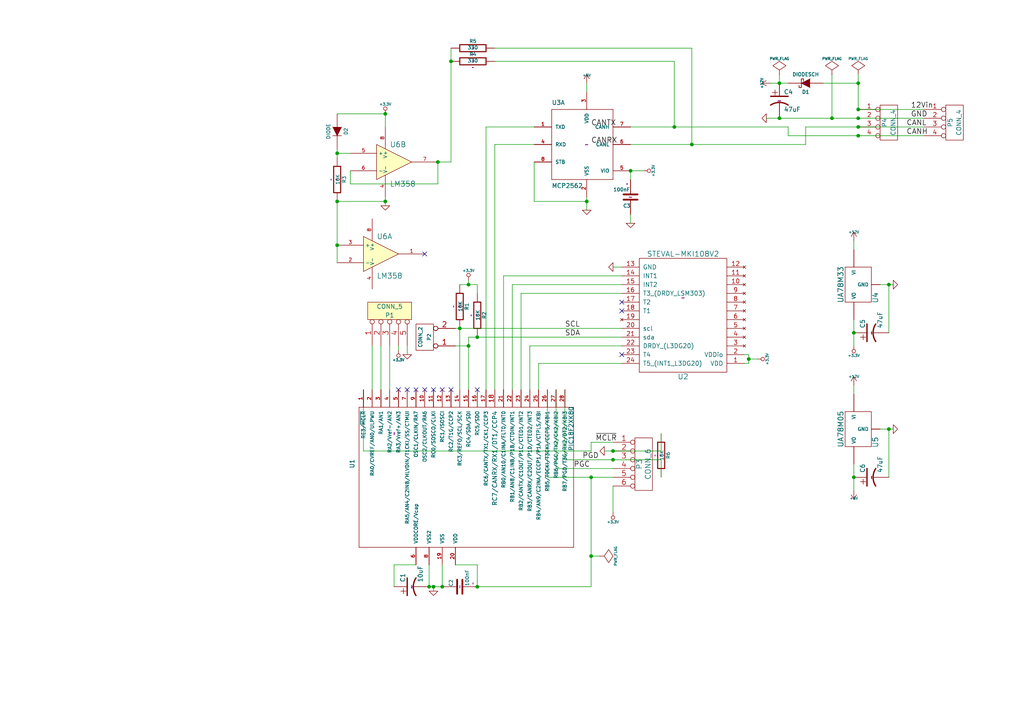
<source format=kicad_sch>
(kicad_sch (version 20211123) (generator eeschema)
  (paper "A4")
  (title_block (title "noname.sch") (date "6 mar 2014"))
  (lib_symbols
    (symbol "capteur-local:STEVAL-MKI108V2" (pin_names (offset 1.016))
      (property "Reference" "U" (at 0 16.51 0))
      (property "Value" "STEVAL-MKI108V2" (at 0 -19.05 0))
      (symbol "STEVAL-MKI108V2_0_1"
        (polyline (pts (xy 12.7 15.24) (xy -12.7 15.24) (xy -12.7 -17.78) (xy 12.7 -17.78) (xy 12.7 15.24)))
      )
      (symbol "STEVAL-MKI108V2_1_1"
        (pin power_in line (at -17.78 12.7 0) (length 5.08) (name "VDD") (number "1"))
        (pin no_connect line (at -17.78 -10.16 0) (length 5.08) (name "~") (number "10"))
        (pin no_connect line (at -17.78 -12.7 0) (length 5.08) (name "~") (number "11"))
        (pin no_connect line (at -17.78 -15.24 0) (length 5.08) (name "~") (number "12"))
        (pin power_in line (at 17.78 -15.24 180) (length 5.08) (name "GND") (number "13"))
        (pin output line (at 17.78 -12.7 180) (length 5.08) (name "INT1") (number "14"))
        (pin output line (at 17.78 -10.16 180) (length 5.08) (name "INT2") (number "15"))
        (pin output line (at 17.78 -7.62 180) (length 5.08) (name "T3_(DRDY_LSM303)") (number "16"))
        (pin power_out line (at 17.78 -5.08 180) (length 5.08) (name "T2") (number "17"))
        (pin power_out line (at 17.78 -2.54 180) (length 5.08) (name "T1") (number "18"))
        (pin no_connect line (at 17.78 0 180) (length 5.08) (name "~") (number "19"))
        (pin power_in line (at -17.78 10.16 0) (length 5.08) (name "VDDio") (number "2"))
        (pin input line (at 17.78 2.54 180) (length 5.08) (name "scl") (number "20"))
        (pin open_collector line (at 17.78 5.08 180) (length 5.08) (name "sda") (number "21"))
        (pin output line (at 17.78 7.62 180) (length 5.08) (name "DRDY_(L3DG20)") (number "22"))
        (pin power_out line (at 17.78 10.16 180) (length 5.08) (name "T4") (number "23"))
        (pin bidirectional line (at 17.78 12.7 180) (length 5.08) (name "T5_(INT1_L3DG20)") (number "24"))
        (pin no_connect line (at -17.78 7.62 0) (length 5.08) (name "~") (number "3"))
        (pin no_connect line (at -17.78 5.08 0) (length 5.08) (name "~") (number "4"))
        (pin no_connect line (at -17.78 2.54 0) (length 5.08) (name "~") (number "5"))
        (pin no_connect line (at -17.78 0 0) (length 5.08) (name "~") (number "6"))
        (pin no_connect line (at -17.78 -2.54 0) (length 5.08) (name "~") (number "7"))
        (pin no_connect line (at -17.78 -5.08 0) (length 5.08) (name "~") (number "8"))
        (pin no_connect line (at -17.78 -7.62 0) (length 5.08) (name "~") (number "9"))
      )
    )
    (symbol "capteur-rescue:+12V" (power) (pin_names (offset 0))
      (property "Value" "+12V" (at 0 3.556 0))
      (symbol "+12V_0_1"
        (polyline (pts (xy -0.762 1.27) (xy 0 2.54)))
        (polyline (pts (xy 0 0) (xy 0 2.54)))
        (polyline (pts (xy 0 2.54) (xy 0.762 1.27)))
      )
      (symbol "+12V_1_1"
        (pin power_in line (at 0 0 90) (length 0) hide (name "+12V") (number "1"))
      )
    )
    (symbol "capteur-rescue:+3.3V-RESCUE-capteur" (power) (pin_names (offset 0))
      (property "Value" "+3.3V-RESCUE-capteur" (at 0 2.794 0))
      (symbol "+3.3V-RESCUE-capteur_0_0"
        (pin power_in line (at 0 0 90) (length 0) hide (name "+3.3V") (number "1"))
      )
      (symbol "+3.3V-RESCUE-capteur_0_1"
        (polyline (pts (xy 0 0) (xy 0 1.016) (xy 0 1.016)))
        (circle (center 0 1.524) (radius 0.508))
      )
    )
    (symbol "capteur-rescue:+5V" (power) (pin_names (offset 0))
      (property "Value" "+5V" (at 0 3.556 0))
      (symbol "+5V_0_1"
        (polyline (pts (xy -0.762 1.27) (xy 0 2.54)))
        (polyline (pts (xy 0 0) (xy 0 2.54)))
        (polyline (pts (xy 0 2.54) (xy 0.762 1.27)))
      )
      (symbol "+5V_1_1"
        (pin power_in line (at 0 0 90) (length 0) hide (name "+5V") (number "1"))
      )
    )
    (symbol "capteur-rescue:C-RESCUE-capteur" (pin_numbers hide) (pin_names (offset 0.254))
      (property "Reference" "C" (at 0 2.54 0))
      (property "Value" "C-RESCUE-capteur" (at 0.1524 -2.159 0))
      (symbol "C-RESCUE-capteur_0_1"
        (polyline (pts (xy -2.032 -0.762) (xy 2.032 -0.762)) (stroke (width 0.508)))
        (polyline (pts (xy -2.032 0.762) (xy 2.032 0.762)) (stroke (width 0.508)))
      )
      (symbol "C-RESCUE-capteur_1_1"
        (pin passive line (at 0 5.08 270) (length 4.318) (name "~") (number "1"))
        (pin passive line (at 0 -5.08 90) (length 4.318) (name "~") (number "2"))
      )
    )
    (symbol "capteur-rescue:CONN_2" (pin_names (offset 1.016) hide)
      (property "Reference" "P" (at -1.27 0 90))
      (property "Value" "CONN_2" (at 1.27 0 90))
      (symbol "CONN_2_0_1"
        (rectangle (start -2.54 3.81) (end 2.54 -3.81))
      )
      (symbol "CONN_2_1_1"
        (pin passive inverted (at -8.89 2.54 0) (length 6.35) (name "P1") (number "1"))
        (pin passive inverted (at -8.89 -2.54 0) (length 6.35) (name "PM") (number "2"))
      )
    )
    (symbol "capteur-rescue:CONN_4" (pin_names (offset 1.016) hide)
      (property "Reference" "P" (at -1.27 0 90))
      (property "Value" "CONN_4" (at 1.27 0 90))
      (symbol "CONN_4_0_1"
        (rectangle (start -2.54 5.08) (end 2.54 -5.08))
      )
      (symbol "CONN_4_1_1"
        (pin passive inverted (at -8.89 3.81 0) (length 6.35) (name "P1") (number "1"))
        (pin passive inverted (at -8.89 1.27 0) (length 6.35) (name "P2") (number "2"))
        (pin passive inverted (at -8.89 -1.27 0) (length 6.35) (name "P3") (number "3"))
        (pin passive inverted (at -8.89 -3.81 0) (length 6.35) (name "P4") (number "4"))
      )
    )
    (symbol "capteur-rescue:CONN_5" (pin_names (offset 1.016))
      (property "Reference" "P" (at -1.27 0 90))
      (property "Value" "CONN_5" (at 1.27 0 90))
      (symbol "CONN_5_0_1"
        (rectangle (start -2.54 6.35) (end 2.54 -6.35) (fill (type background)))
      )
      (symbol "CONN_5_1_1"
        (pin passive inverted (at -10.16 5.08 0) (length 7.62) (name "~") (number "1"))
        (pin passive inverted (at -10.16 2.54 0) (length 7.62) (name "~") (number "2"))
        (pin passive inverted (at -10.16 0 0) (length 7.62) (name "~") (number "3"))
        (pin passive inverted (at -10.16 -2.54 0) (length 7.62) (name "~") (number "4"))
        (pin passive inverted (at -10.16 -5.08 0) (length 7.62) (name "~") (number "5"))
      )
    )
    (symbol "capteur-rescue:CONN_6" (pin_names (offset 0.762) hide)
      (property "Reference" "P" (at -1.27 0 90))
      (property "Value" "CONN_6" (at 1.27 0 90))
      (symbol "CONN_6_0_1"
        (rectangle (start -2.54 7.62) (end 2.54 -7.62))
      )
      (symbol "CONN_6_1_1"
        (pin passive inverted (at -8.89 6.35 0) (length 6.35) (name "1") (number "1"))
        (pin passive inverted (at -8.89 3.81 0) (length 6.35) (name "2") (number "2"))
        (pin passive inverted (at -8.89 1.27 0) (length 6.35) (name "3") (number "3"))
        (pin passive inverted (at -8.89 -1.27 0) (length 6.35) (name "4") (number "4"))
        (pin passive inverted (at -8.89 -3.81 0) (length 6.35) (name "5") (number "5"))
        (pin passive inverted (at -8.89 -6.35 0) (length 6.35) (name "6") (number "6"))
      )
    )
    (symbol "capteur-rescue:CP1-RESCUE-capteur" (pin_numbers hide) (pin_names (offset 0.254) hide)
      (property "Reference" "C" (at 1.27 2.54 0))
      (property "Value" "CP1-RESCUE-capteur" (at 1.27 -2.54 0))
      (symbol "CP1-RESCUE-capteur_0_0"
        (text "+" (at -1.27 2.54 0) (effects (font (size 2.032 2.032))))
      )
      (symbol "CP1-RESCUE-capteur_0_1"
        (polyline (pts (xy -2.54 1.27) (xy 2.54 1.27) (xy 1.27 1.27) (xy 1.27 1.27)) (stroke (width 0.381)))
        (arc (start 2.54 -1.27) (mid 0 -0.5009) (end -2.54 -1.27) (stroke (width 0.381)))
      )
      (symbol "CP1-RESCUE-capteur_1_1"
        (pin passive line (at 0 5.08 270) (length 3.81) (name "~") (number "1"))
        (pin passive line (at 0 -5.08 90) (length 4.572) (name "~") (number "2"))
      )
    )
    (symbol "capteur-rescue:DIODE" (pin_numbers hide) (pin_names (offset 1.016) hide)
      (property "Reference" "D" (at 0 2.54 0))
      (property "Value" "DIODE" (at 0 -2.54 0))
      (symbol "DIODE_0_1"
        (polyline (pts (xy 1.27 1.27) (xy 1.27 -1.27)) (stroke (width 0.1524)))
        (polyline (pts (xy -1.27 1.27) (xy 1.27 0) (xy -1.27 -1.27)) (fill (type outline)))
      )
      (symbol "DIODE_1_1"
        (pin passive line (at -5.08 0 0) (length 3.81) (name "A") (number "1"))
        (pin passive line (at 5.08 0 180) (length 3.81) (name "K") (number "2"))
      )
    )
    (symbol "capteur-rescue:DIODESCH" (pin_numbers hide) (pin_names (offset 1.016) hide)
      (property "Reference" "D" (at 0 2.54 0))
      (property "Value" "DIODESCH" (at 0 -2.54 0))
      (symbol "DIODESCH_0_1"
        (polyline (pts (xy -1.27 1.27) (xy 1.27 0) (xy -1.27 -1.27)) (fill (type outline)))
        (polyline (pts (xy 1.905 0.635) (xy 1.905 1.27) (xy 1.27 1.27) (xy 1.27 -1.27) (xy 0.635 -1.27) (xy 0.635 -0.635)) (stroke (width 0.2032)))
      )
      (symbol "DIODESCH_1_1"
        (pin passive line (at -5.08 0 0) (length 3.81) (name "A") (number "1"))
        (pin passive line (at 5.08 0 180) (length 3.81) (name "K") (number "2"))
      )
    )
    (symbol "capteur-rescue:GND-RESCUE-capteur" (power) (pin_names (offset 0))
      (symbol "GND-RESCUE-capteur_0_1"
        (polyline (pts (xy -1.27 0) (xy 0 -1.27) (xy 1.27 0) (xy -1.27 0)))
      )
      (symbol "GND-RESCUE-capteur_1_1"
        (pin power_in line (at 0 0 90) (length 0) hide (name "GND") (number "1"))
      )
    )
    (symbol "capteur-rescue:LM358-RESCUE-capteur"
      (property "Reference" "U" (at -1.27 5.08 0))
      (property "Value" "LM358-RESCUE-capteur" (at -1.27 -6.35 0))
      (symbol "LM358-RESCUE-capteur_0_1"
        (polyline (pts (xy -5.08 5.08) (xy 5.08 0) (xy -5.08 -5.08) (xy -5.08 5.08)) (stroke (width 0.1524)) (fill (type background)))
        (pin power_in line (at -2.54 -10.16 90) (length 6.35) (name "V-") (number "4"))
        (pin power_in line (at -2.54 10.16 270) (length 6.35) (name "V+") (number "8"))
      )
      (symbol "LM358-RESCUE-capteur_1_1"
        (pin output line (at 12.7 0 180) (length 7.62) (name "~") (number "1"))
        (pin input line (at -12.7 -2.54 0) (length 7.62) (name "-") (number "2"))
        (pin input line (at -12.7 2.54 0) (length 7.62) (name "+") (number "3"))
      )
      (symbol "LM358-RESCUE-capteur_2_1"
        (pin input line (at -12.7 2.54 0) (length 7.62) (name "+") (number "5"))
        (pin input line (at -12.7 -2.54 0) (length 7.62) (name "-") (number "6"))
        (pin output line (at 12.7 0 180) (length 7.62) (name "~") (number "7"))
      )
    )
    (symbol "capteur-rescue:MCP2562" (pin_names (offset 1.016))
      (property "Reference" "U" (at -10.16 11.43 0))
      (property "Value" "MCP2562" (at -10.16 -12.7 0))
      (symbol "MCP2562_1_0"
        (polyline (pts (xy -10.16 -10.16) (xy 7.62 -10.16)))
        (polyline (pts (xy -10.16 10.16) (xy -10.16 -10.16)))
        (polyline (pts (xy 7.62 -10.16) (xy 7.62 10.16)))
        (polyline (pts (xy 7.62 10.16) (xy -10.16 10.16)))
      )
      (symbol "MCP2562_1_1"
        (pin input line (at -15.24 5.08 0) (length 5.08) (name "TXD") (number "1"))
        (pin power_in line (at 0 -15.24 90) (length 5.08) (name "VSS") (number "2"))
        (pin power_in line (at 0 15.24 270) (length 5.08) (name "VDD") (number "3"))
        (pin output line (at -15.24 0 0) (length 5.08) (name "RXD") (number "4"))
        (pin power_in line (at 12.7 -7.62 180) (length 5.08) (name "VIO") (number "5"))
        (pin bidirectional line (at 12.7 0 180) (length 5.08) (name "CANL") (number "6"))
        (pin bidirectional line (at 12.7 5.08 180) (length 5.08) (name "CANH") (number "7"))
        (pin input line (at -15.24 -5.08 0) (length 5.08) (name "STB") (number "8"))
      )
      (symbol "MCP2562_2_0"
        (text "VDD" (at 1.8288 4.6736 1) (effects (font (size 1.4224 1.4224) bold)))
        (text "VDD" (at 1.8288 4.6736 1) (effects (font (size 1.4224 1.4224) bold)))
        (text "VSS" (at 1.8288 -5.4864 1) (effects (font (size 1.4224 1.4224) bold)))
        (text "VSS" (at 1.8288 -5.4864 1) (effects (font (size 1.4224 1.4224) bold)))
      )
      (symbol "MCP2562_2_1"
        (pin power_in line (at 0 -7.62 90) (length 5.08) (name "VSS") (number "2"))
        (pin power_in line (at 0 7.62 270) (length 5.08) (name "VDD") (number "3"))
      )
    )
    (symbol "capteur-rescue:PIC18F2xK80" (pin_names (offset 1.016))
      (property "Reference" "U" (at 2.54 33.02 0))
      (property "Value" "PIC18F2xK80" (at 7.62 -33.02 0))
      (symbol "PIC18F2xK80_1_0"
        (polyline (pts (xy -20.32 -30.48) (xy 20.32 -30.48)))
        (polyline (pts (xy -20.32 31.75) (xy -20.32 -30.48)))
        (polyline (pts (xy 20.32 -30.48) (xy 20.32 31.75)))
        (polyline (pts (xy 20.32 31.75) (xy -20.32 31.75)))
      )
      (symbol "PIC18F2xK80_1_1"
        (pin input line (at 25.4 30.48 180) (length 5.08) (name "RE3/~{MCLR}") (number "1"))
        (pin bidirectional line (at 25.4 12.7 180) (length 5.08) (name "OSC2/CLKOUT/RA6") (number "10"))
        (pin bidirectional line (at 25.4 10.16 180) (length 5.08) (name "RC0/SOSCO/CLKI") (number "11"))
        (pin bidirectional line (at 25.4 7.62 180) (length 5.08) (name "RC1/ISOSCI") (number "12"))
        (pin bidirectional line (at 25.4 5.08 180) (length 5.08) (name "RC2/T1G/CCP2") (number "13"))
        (pin bidirectional line (at 25.4 2.54 180) (length 5.08) (name "RC3/REFO/SCL/SCK") (number "14"))
        (pin bidirectional line (at 25.4 0 180) (length 5.08) (name "RC4/SDA/SDI") (number "15"))
        (pin bidirectional line (at 25.4 -2.54 180) (length 5.08) (name "RC5/SDO") (number "16"))
        (pin bidirectional line (at 25.4 -5.08 180) (length 5.08) (name "RC6/CANTX/TX1/CK1/CCP3") (number "17"))
        (pin input line (at 25.4 -7.62 180) (length 5.08) (name "RC7/CANRX/RX1/DT1/CCP4") (number "18"))
        (pin power_in line (at -25.4 7.62 0) (length 5.08) (name "VSS") (number "19"))
        (pin bidirectional line (at 25.4 27.94 180) (length 5.08) (name "RA0/CVREF/AN0/ULPWU") (number "2"))
        (pin power_in line (at -25.4 3.81 0) (length 5.08) (name "VDD") (number "20"))
        (pin bidirectional line (at 25.4 -10.16 180) (length 5.08) (name "RB0/AN10/C1INA/FLT0/INT0") (number "21"))
        (pin bidirectional line (at 25.4 -12.7 180) (length 5.08) (name "RB1/AN8/C1INB/P1B/CTDIN/INT1") (number "22"))
        (pin bidirectional line (at 25.4 -15.24 180) (length 5.08) (name "RB2/CANTX/C1OUT/P1C/CTED1/INT2") (number "23"))
        (pin bidirectional line (at 25.4 -17.78 180) (length 5.08) (name "RB3/CANRX/C2OUT/P1D/CTED2/INT3") (number "24"))
        (pin bidirectional line (at 25.4 -20.32 180) (length 5.08) (name "RB4/AN9/C2INA/ECCP1/P1A/CTPLS/KBI") (number "25"))
        (pin bidirectional line (at 25.4 -22.86 180) (length 5.08) (name "RB5/T0CKI/T3CKI/CCP5/KBI1") (number "26"))
        (pin bidirectional line (at 25.4 -25.4 180) (length 5.08) (name "RB6/PGC/TX2/CK2/KBI2") (number "27"))
        (pin bidirectional line (at 25.4 -27.94 180) (length 5.08) (name "RB7/PGD/T3G/RX2/DT2/KBI3") (number "28"))
        (pin bidirectional line (at 25.4 25.4 180) (length 5.08) (name "RA1/AN1") (number "3"))
        (pin bidirectional line (at 25.4 22.86 180) (length 5.08) (name "RA2/Vref-/AN2") (number "4"))
        (pin bidirectional line (at 25.4 20.32 180) (length 5.08) (name "RA3/Vref+/AN3") (number "5"))
        (pin bidirectional line (at -25.4 15.24 0) (length 5.08) (name "VDDCORE/Vcap") (number "6"))
        (pin bidirectional line (at 25.4 17.78 180) (length 5.08) (name "RA5/AN4/C2INB/HLVDIN/T1CKI/SS/CTMUI") (number "7"))
        (pin power_in line (at -25.4 11.43 0) (length 5.08) (name "VSS2") (number "8"))
        (pin bidirectional line (at 25.4 15.24 180) (length 5.08) (name "OSC1/CLKIN/RA7") (number "9"))
      )
    )
    (symbol "capteur-rescue:PWR_FLAG" (power) (pin_numbers hide) (pin_names (offset 0) hide)
      (property "Value" "PWR_FLAG" (at 0 4.572 0))
      (symbol "PWR_FLAG_0_0"
        (pin power_out line (at 0 0 90) (length 0) (name "pwr") (number "1"))
      )
      (symbol "PWR_FLAG_0_1"
        (polyline (pts (xy 0 0) (xy 0 1.27) (xy -1.905 2.54) (xy 0 3.81) (xy 1.905 2.54) (xy 0 1.27)))
      )
    )
    (symbol "capteur-rescue:R-RESCUE-capteur" (pin_numbers hide) (pin_names (offset 0))
      (property "Reference" "R" (at 2.032 0 90))
      (property "Value" "R-RESCUE-capteur" (at 0.1778 0.0254 90))
      (symbol "R-RESCUE-capteur_0_1"
        (rectangle (start -1.016 3.81) (end 1.016 -3.81) (stroke (width 0.3048)))
      )
      (symbol "R-RESCUE-capteur_1_1"
        (pin passive line (at 0 6.35 270) (length 2.54) (name "~") (number "1"))
        (pin passive line (at 0 -6.35 90) (length 2.54) (name "~") (number "2"))
      )
    )
    (symbol "capteur-rescue:uA78M05" (pin_numbers hide) (pin_names (offset 0.762))
      (property "Reference" "U" (at 3.81 -4.9784 0))
      (property "Value" "uA78M05" (at 0 5.08 0))
      (symbol "uA78M05_0_1"
        (rectangle (start -5.08 -3.81) (end 5.08 3.81))
      )
      (symbol "uA78M05_1_1"
        (pin power_in line (at -10.16 1.27 0) (length 5.08) (name "VI") (number "1"))
        (pin power_in line (at 0 -6.35 90) (length 2.54) (name "GND") (number "2"))
        (pin power_out line (at 10.16 1.27 180) (length 5.08) (name "VO") (number "3"))
      )
    )
    (symbol "capteur-rescue:uA78M33" (pin_numbers hide) (pin_names (offset 0.762))
      (property "Reference" "U" (at 3.81 -4.9784 0))
      (property "Value" "uA78M33" (at 0 5.08 0))
      (symbol "uA78M33_0_1"
        (rectangle (start -5.08 -3.81) (end 5.08 3.81))
      )
      (symbol "uA78M33_1_1"
        (pin power_in line (at -10.16 1.27 0) (length 5.08) (name "VI") (number "1"))
        (pin power_in line (at 0 -6.35 90) (length 2.54) (name "GND") (number "2"))
        (pin power_out line (at 10.16 1.27 180) (length 5.08) (name "VO") (number "3"))
      )
    )
  )
  (junction (at 226.06 24.13))
  (junction (at 138.43 97.79))
  (junction (at 226.06 34.29))
  (junction (at 130.81 17.78))
  (junction (at 248.92 36.83))
  (junction (at 195.58 36.83))
  (junction (at 97.79 58.42))
  (junction (at 177.8 133.35))
  (junction (at 135.89 82.55))
  (junction (at 170.18 58.42))
  (junction (at 217.17 104.14))
  (junction (at 247.65 96.52))
  (junction (at 248.92 34.29))
  (junction (at 125.73 170.18))
  (junction (at 200.66 41.91))
  (junction (at 124.46 170.18))
  (junction (at 97.79 44.45))
  (junction (at 171.45 161.29))
  (junction (at 247.65 138.43))
  (junction (at 128.27 170.18))
  (junction (at 257.81 124.46))
  (junction (at 111.76 33.02))
  (junction (at 97.79 71.12))
  (junction (at 111.76 58.42))
  (junction (at 177.8 130.81))
  (junction (at 171.45 138.43))
  (junction (at 248.92 39.37))
  (junction (at 241.3 34.29))
  (junction (at 127 46.99))
  (junction (at 248.92 31.75))
  (junction (at 257.81 82.55))
  (junction (at 133.35 95.25))
  (junction (at 248.92 24.13))
  (junction (at 138.43 170.18))
  (junction (at 182.88 49.53))
  (junction (at 135.89 100.33))
  (no_connect (at 128.27 113.03))
  (no_connect (at 120.65 113.03))
  (no_connect (at 118.11 113.03))
  (no_connect (at 123.19 113.03))
  (no_connect (at 115.57 113.03))
  (no_connect (at 130.81 113.03))
  (no_connect (at 180.34 90.17))
  (no_connect (at 123.19 73.66))
  (no_connect (at 138.43 113.03))
  (no_connect (at 180.34 87.63))
  (no_connect (at 180.34 102.87))
  (no_connect (at 125.73 113.03))
  (wire (pts (xy 200.66 13.97) (xy 200.66 41.91)))
  (wire (pts (xy 255.27 124.46) (xy 257.81 124.46)))
  (wire (pts (xy 97.79 58.42) (xy 111.76 58.42)))
  (wire (pts (xy 111.76 58.42) (xy 111.76 59.69)))
  (wire (pts (xy 171.45 161.29) (xy 171.45 170.18)))
  (wire (pts (xy 140.97 36.83) (xy 154.94 36.83)))
  (wire (pts (xy 255.27 82.55) (xy 257.81 82.55)))
  (wire (pts (xy 170.18 57.15) (xy 170.18 58.42)))
  (wire (pts (xy 146.05 80.01) (xy 180.34 80.01)))
  (wire (pts (xy 133.35 95.25) (xy 180.34 95.25)))
  (wire (pts (xy 241.3 21.59) (xy 241.3 34.29)))
  (wire (pts (xy 163.83 133.35) (xy 177.8 133.35)))
  (wire (pts (xy 125.73 170.18) (xy 125.73 171.45)))
  (wire (pts (xy 151.13 113.03) (xy 151.13 85.09)))
  (wire (pts (xy 200.66 41.91) (xy 233.68 41.91)))
  (wire (pts (xy 118.11 102.87) (xy 118.11 100.33)))
  (wire (pts (xy 182.88 62.23) (xy 182.88 64.77)))
  (wire (pts (xy 138.43 82.55) (xy 138.43 85.09)))
  (wire (pts (xy 130.81 17.78) (xy 130.81 46.99)))
  (wire (pts (xy 132.08 100.33) (xy 135.89 100.33)))
  (wire (pts (xy 146.05 113.03) (xy 146.05 80.01)))
  (wire (pts (xy 182.88 41.91) (xy 200.66 41.91)))
  (wire (pts (xy 215.9 102.87) (xy 217.17 102.87)))
  (wire (pts (xy 105.41 130.81) (xy 105.41 113.03)))
  (wire (pts (xy 135.89 82.55) (xy 138.43 82.55)))
  (wire (pts (xy 195.58 36.83) (xy 228.6 36.83)))
  (wire (pts (xy 111.76 33.02) (xy 111.76 36.83)))
  (wire (pts (xy 233.68 41.91) (xy 233.68 36.83)))
  (wire (pts (xy 248.92 39.37) (xy 267.97 39.37)))
  (wire (pts (xy 182.88 49.53) (xy 186.69 49.53)))
  (wire (pts (xy 219.71 104.14) (xy 217.17 104.14)))
  (wire (pts (xy 97.79 58.42) (xy 97.79 71.12)))
  (wire (pts (xy 257.81 82.55) (xy 259.08 82.55)))
  (wire (pts (xy 132.08 95.25) (xy 133.35 95.25)))
  (wire (pts (xy 161.29 113.03) (xy 161.29 135.89)))
  (wire (pts (xy 226.06 21.59) (xy 226.06 24.13)))
  (wire (pts (xy 171.45 130.81) (xy 105.41 130.81)))
  (wire (pts (xy 135.89 100.33) (xy 135.89 113.03)))
  (wire (pts (xy 101.6 44.45) (xy 97.79 44.45)))
  (wire (pts (xy 153.67 100.33) (xy 153.67 113.03)))
  (wire (pts (xy 223.52 24.13) (xy 226.06 24.13)))
  (wire (pts (xy 156.21 105.41) (xy 156.21 113.03)))
  (wire (pts (xy 161.29 135.89) (xy 177.8 135.89)))
  (wire (pts (xy 171.45 138.43) (xy 171.45 161.29)))
  (wire (pts (xy 248.92 24.13) (xy 238.76 24.13)))
  (wire (pts (xy 217.17 104.14) (xy 217.17 105.41)))
  (wire (pts (xy 143.51 41.91) (xy 154.94 41.91)))
  (wire (pts (xy 97.79 43.18) (xy 97.79 44.45)))
  (wire (pts (xy 241.3 34.29) (xy 248.92 34.29)))
  (wire (pts (xy 247.65 96.52) (xy 247.65 100.33)))
  (wire (pts (xy 107.95 100.33) (xy 107.95 113.03)))
  (wire (pts (xy 135.89 97.79) (xy 138.43 97.79)))
  (wire (pts (xy 143.51 17.78) (xy 195.58 17.78)))
  (wire (pts (xy 128.27 170.18) (xy 128.27 163.83)))
  (wire (pts (xy 158.75 113.03) (xy 158.75 138.43)))
  (wire (pts (xy 133.35 95.25) (xy 133.35 113.03)))
  (wire (pts (xy 257.81 124.46) (xy 259.08 124.46)))
  (wire (pts (xy 151.13 85.09) (xy 180.34 85.09)))
  (wire (pts (xy 115.57 101.6) (xy 115.57 100.33)))
  (wire (pts (xy 97.79 71.12) (xy 97.79 76.2)))
  (wire (pts (xy 143.51 41.91) (xy 143.51 113.03)))
  (wire (pts (xy 154.94 46.99) (xy 154.94 58.42)))
  (wire (pts (xy 171.45 128.27) (xy 177.8 128.27)))
  (wire (pts (xy 195.58 17.78) (xy 195.58 36.83)))
  (wire (pts (xy 247.65 69.85) (xy 247.65 72.39)))
  (wire (pts (xy 140.97 36.83) (xy 140.97 113.03)))
  (wire (pts (xy 248.92 24.13) (xy 248.92 31.75)))
  (wire (pts (xy 171.45 138.43) (xy 177.8 138.43)))
  (wire (pts (xy 138.43 170.18) (xy 138.43 163.83)))
  (wire (pts (xy 97.79 33.02) (xy 111.76 33.02)))
  (wire (pts (xy 163.83 113.03) (xy 163.83 133.35)))
  (wire (pts (xy 111.76 57.15) (xy 111.76 58.42)))
  (wire (pts (xy 97.79 44.45) (xy 97.79 45.72)))
  (wire (pts (xy 180.34 77.47) (xy 177.8 77.47)))
  (wire (pts (xy 154.94 58.42) (xy 170.18 58.42)))
  (wire (pts (xy 124.46 170.18) (xy 125.73 170.18)))
  (wire (pts (xy 114.3 163.83) (xy 120.65 163.83)))
  (wire (pts (xy 113.03 100.33) (xy 113.03 113.03)))
  (wire (pts (xy 177.8 130.81) (xy 191.77 130.81)))
  (wire (pts (xy 177.8 140.97) (xy 177.8 148.59)))
  (wire (pts (xy 226.06 24.13) (xy 228.6 24.13)))
  (wire (pts (xy 148.59 82.55) (xy 180.34 82.55)))
  (wire (pts (xy 125.73 170.18) (xy 128.27 170.18)))
  (wire (pts (xy 182.88 49.53) (xy 182.88 52.07)))
  (wire (pts (xy 248.92 34.29) (xy 267.97 34.29)))
  (wire (pts (xy 143.51 13.97) (xy 200.66 13.97)))
  (wire (pts (xy 127 46.99) (xy 127 53.34)))
  (wire (pts (xy 191.77 130.81) (xy 191.77 125.73)))
  (wire (pts (xy 170.18 58.42) (xy 170.18 60.96)))
  (wire (pts (xy 148.59 113.03) (xy 148.59 82.55)))
  (wire (pts (xy 247.65 111.76) (xy 247.65 114.3)))
  (wire (pts (xy 180.34 100.33) (xy 153.67 100.33)))
  (wire (pts (xy 130.81 13.97) (xy 130.81 17.78)))
  (wire (pts (xy 217.17 102.87) (xy 217.17 104.14)))
  (wire (pts (xy 222.25 34.29) (xy 226.06 34.29)))
  (wire (pts (xy 110.49 100.33) (xy 110.49 113.03)))
  (wire (pts (xy 248.92 21.59) (xy 248.92 24.13)))
  (wire (pts (xy 138.43 97.79) (xy 180.34 97.79)))
  (wire (pts (xy 171.45 170.18) (xy 138.43 170.18)))
  (wire (pts (xy 135.89 81.28) (xy 135.89 82.55)))
  (wire (pts (xy 228.6 36.83) (xy 228.6 39.37)))
  (wire (pts (xy 248.92 36.83) (xy 267.97 36.83)))
  (wire (pts (xy 101.6 53.34) (xy 101.6 49.53)))
  (wire (pts (xy 127 53.34) (xy 101.6 53.34)))
  (wire (pts (xy 124.46 170.18) (xy 124.46 163.83)))
  (wire (pts (xy 257.81 96.52) (xy 257.81 82.55)))
  (wire (pts (xy 228.6 39.37) (xy 248.92 39.37)))
  (wire (pts (xy 130.81 46.99) (xy 127 46.99)))
  (wire (pts (xy 158.75 138.43) (xy 171.45 138.43)))
  (wire (pts (xy 247.65 138.43) (xy 247.65 142.24)))
  (wire (pts (xy 177.8 133.35) (xy 191.77 133.35)))
  (wire (pts (xy 173.99 161.29) (xy 171.45 161.29)))
  (wire (pts (xy 132.08 163.83) (xy 138.43 163.83)))
  (wire (pts (xy 180.34 105.41) (xy 156.21 105.41)))
  (wire (pts (xy 175.26 130.81) (xy 177.8 130.81)))
  (wire (pts (xy 247.65 92.71) (xy 247.65 96.52)))
  (wire (pts (xy 233.68 36.83) (xy 248.92 36.83)))
  (wire (pts (xy 133.35 82.55) (xy 135.89 82.55)))
  (wire (pts (xy 135.89 97.79) (xy 135.89 100.33)))
  (wire (pts (xy 257.81 138.43) (xy 257.81 124.46)))
  (wire (pts (xy 247.65 134.62) (xy 247.65 138.43)))
  (wire (pts (xy 191.77 133.35) (xy 191.77 138.43)))
  (wire (pts (xy 217.17 105.41) (xy 215.9 105.41)))
  (wire (pts (xy 114.3 163.83) (xy 114.3 170.18)))
  (wire (pts (xy 170.18 24.13) (xy 170.18 26.67)))
  (wire (pts (xy 182.88 36.83) (xy 195.58 36.83)))
  (wire (pts (xy 171.45 130.81) (xy 171.45 128.27)))
  (wire (pts (xy 248.92 31.75) (xy 267.97 31.75)))
  (wire (pts (xy 226.06 34.29) (xy 241.3 34.29)))
  (label "12Vin" (at 264.16 31.75 0) (effects (font (size 1.524 1.524))))
  (label "CANH" (at 262.89 39.37 0) (effects (font (size 1.524 1.524))))
  (label "SCL" (at 163.83 95.25 0) (effects (font (size 1.524 1.524))))
  (label "~{MCLR}" (at 172.72 128.27 0) (effects (font (size 1.524 1.524))))
  (label "CANRX" (at 171.45 41.91 0) (effects (font (size 1.524 1.524))))
  (label "GND" (at 264.16 34.29 0) (effects (font (size 1.524 1.524))))
  (label "PGD" (at 168.91 133.35 0) (effects (font (size 1.524 1.524))))
  (label "PGC" (at 166.37 135.89 0) (effects (font (size 1.524 1.524))))
  (label "SDA" (at 163.83 97.79 0) (effects (font (size 1.524 1.524))))
  (label "CANL" (at 262.89 36.83 0) (effects (font (size 1.524 1.524))))
  (label "CANTX" (at 171.45 36.83 0) (effects (font (size 1.524 1.524))))
  (symbol (lib_id "capteur-rescue:GND-RESCUE-capteur") (at 259.08 124.46 90) (unit 1)
    (property "Reference" "#PWR021" (effects hide))
    (property "Value" "GND" (effects hide))
  )
  (symbol (lib_id "capteur-rescue:LM358-RESCUE-capteur") (at 114.3 46.99 0) (unit 2)
    (property "Reference" "U6" (at 113.03 41.91 0) (effects (font (size 1.524 1.524)) (justify left)))
    (property "Value" "LM358" (at 113.03 53.34 0) (effects (font (size 1.524 1.524)) (justify left)))
  )
  (symbol (lib_id "capteur-rescue:GND-RESCUE-capteur") (at 118.11 102.87 0) (unit 1)
    (property "Reference" "#PWR016" (effects hide))
    (property "Value" "GND" (effects hide))
  )
  (symbol (lib_id "capteur-rescue:uA78M33") (at 248.92 82.55 90) (mirror x) (unit 1)
    (property "Reference" "U4" (at 253.8984 86.36 0) (effects (font (size 1.524 1.524))))
    (property "Value" "UA78M33" (at 243.84 82.55 0) (effects (font (size 1.524 1.524))))
  )
  (symbol (lib_id "capteur-rescue:+3.3V-RESCUE-capteur") (at 247.65 100.33 180) (unit 1)
    (property "Reference" "#PWR07" (effects hide))
    (property "Value" "+3.3V" (at 247.65 103.124 0) (effects (font (size 0.762 0.762))))
  )
  (symbol (lib_id "capteur-rescue:CP1-RESCUE-capteur") (at 252.73 96.52 90) (unit 1)
    (property "Reference" "C5" (at 250.19 95.25 0) (effects (justify left)))
    (property "Value" "47uF" (at 255.27 95.25 0) (effects (justify left)))
    (property "Footprint" "~" (at 252.73 96.52 0) (effects (font (size 1.524 1.524))))
    (property "Datasheet" "~" (at 252.73 96.52 0) (effects (font (size 1.524 1.524))))
  )
  (symbol (lib_id "capteur-rescue:+3.3V-RESCUE-capteur") (at 177.8 148.59 180) (unit 1)
    (property "Reference" "#PWR08" (effects hide))
    (property "Value" "+3.3V" (at 177.8 151.384 0) (effects (font (size 0.762 0.762))))
  )
  (symbol (lib_id "capteur-rescue:uA78M05") (at 248.92 124.46 90) (mirror x) (unit 1)
    (property "Reference" "U5" (at 253.8984 128.27 0) (effects (font (size 1.524 1.524))))
    (property "Value" "UA78M05" (at 243.84 124.46 0) (effects (font (size 1.524 1.524))))
  )
  (symbol (lib_id "capteur-rescue:R-RESCUE-capteur") (at 133.35 88.9 0) (unit 1)
    (property "Reference" "R1" (at 135.382 88.9 90) (effects (font (size 1.016 1.016))))
    (property "Value" "10K" (at 133.5278 88.8746 90) (effects (font (size 1.016 1.016))))
    (property "Footprint" "~" (at 131.572 88.9 90) (effects (font (size 0.762 0.762))))
    (property "Datasheet" "~" (at 133.35 88.9 0) (effects (font (size 0.762 0.762))))
  )
  (symbol (lib_id "capteur-rescue:C-RESCUE-capteur") (at 182.88 57.15 180) (unit 1)
    (property "Reference" "C3" (at 182.88 59.69 0) (effects (font (size 1.016 1.016)) (justify left)))
    (property "Value" "100nF" (at 182.7276 54.991 0) (effects (font (size 1.016 1.016)) (justify left)))
    (property "Footprint" "~" (at 181.9148 53.34 0) (effects (font (size 0.762 0.762))))
    (property "Datasheet" "~" (at 182.88 57.15 0) (effects (font (size 1.524 1.524))))
  )
  (symbol (lib_id "capteur-rescue:+5V") (at 170.18 24.13 0) (unit 1)
    (property "Reference" "#PWR012" (effects hide))
    (property "Value" "+5V" (at 170.18 21.844 0) (effects (font (size 0.762 0.762))))
  )
  (symbol (lib_id "capteur-rescue:CONN_5") (at 113.03 90.17 90) (unit 1)
    (property "Reference" "P1" (at 113.03 91.44 90))
    (property "Value" "CONN_5" (at 113.03 88.9 90))
  )
  (symbol (lib_id "capteur-rescue:+5V") (at 247.65 142.24 180) (unit 1)
    (property "Reference" "#PWR023" (effects hide))
    (property "Value" "+5V" (at 247.65 144.526 0) (effects (font (size 0.762 0.762))))
  )
  (symbol (lib_id "capteur-rescue:R-RESCUE-capteur") (at 138.43 91.44 0) (unit 1)
    (property "Reference" "R2" (at 140.462 91.44 90) (effects (font (size 1.016 1.016))))
    (property "Value" "10K" (at 138.6078 91.4146 90) (effects (font (size 1.016 1.016))))
    (property "Footprint" "~" (at 136.652 91.44 90) (effects (font (size 0.762 0.762))))
    (property "Datasheet" "~" (at 138.43 91.44 0) (effects (font (size 0.762 0.762))))
  )
  (symbol (lib_id "capteur-rescue:+3.3V-RESCUE-capteur") (at 115.57 101.6 180) (unit 1)
    (property "Reference" "#PWR017" (effects hide))
    (property "Value" "+3.3V" (at 115.57 104.394 0) (effects (font (size 0.762 0.762))))
  )
  (symbol (lib_id "capteur-rescue:CP1-RESCUE-capteur") (at 226.06 29.21 0) (unit 1)
    (property "Reference" "C4" (at 227.33 26.67 0) (effects (justify left)))
    (property "Value" "47uF" (at 227.33 31.75 0) (effects (justify left)))
    (property "Footprint" "~" (at 226.06 29.21 0) (effects (font (size 1.524 1.524))))
    (property "Datasheet" "~" (at 226.06 29.21 0) (effects (font (size 1.524 1.524))))
  )
  (symbol (lib_id "capteur-rescue:CONN_2") (at 123.19 97.79 180) (unit 1)
    (property "Reference" "P2" (at 124.46 97.79 90) (effects (font (size 1.016 1.016))))
    (property "Value" "CONN_2" (at 121.92 97.79 90) (effects (font (size 1.016 1.016))))
  )
  (symbol (lib_id "capteur-local:STEVAL-MKI108V2") (at 198.12 92.71 180) (unit 1)
    (property "Reference" "U2" (at 198.12 109.22 0) (effects (font (size 1.524 1.524))))
    (property "Value" "STEVAL-MKI108V2" (at 198.12 73.66 0) (effects (font (size 1.524 1.524))))
    (property "Footprint" "~" (at 198.12 86.36 0) (effects (font (size 1.524 1.524))))
    (property "Datasheet" "~" (at 198.12 86.36 0) (effects (font (size 1.524 1.524))))
  )
  (symbol (lib_id "capteur-rescue:GND-RESCUE-capteur") (at 259.08 82.55 90) (unit 1)
    (property "Reference" "#PWR05" (effects hide))
    (property "Value" "GND" (effects hide))
  )
  (symbol (lib_id "capteur-rescue:CONN_4") (at 276.86 35.56 0) (unit 1)
    (property "Reference" "P5" (at 275.59 35.56 90))
    (property "Value" "CONN_4" (at 278.13 35.56 90))
  )
  (symbol (lib_id "capteur-rescue:R-RESCUE-capteur") (at 97.79 52.07 0) (unit 1)
    (property "Reference" "R3" (at 99.822 52.07 90) (effects (font (size 1.016 1.016))))
    (property "Value" "10K" (at 97.9678 52.0446 90) (effects (font (size 1.016 1.016))))
    (property "Footprint" "~" (at 96.012 52.07 90) (effects (font (size 0.762 0.762))))
    (property "Datasheet" "~" (at 97.79 52.07 0) (effects (font (size 0.762 0.762))))
  )
  (symbol (lib_id "capteur-rescue:+3.3V-RESCUE-capteur") (at 186.69 49.53 270) (unit 1)
    (property "Reference" "#PWR09" (effects hide))
    (property "Value" "+3.3V" (at 189.484 49.53 0) (effects (font (size 0.762 0.762))))
  )
  (symbol (lib_id "capteur-rescue:R-RESCUE-capteur") (at 137.16 17.78 90) (unit 1)
    (property "Reference" "R4" (at 137.16 15.748 90) (effects (font (size 1.016 1.016))))
    (property "Value" "330" (at 137.1346 17.6022 90) (effects (font (size 1.016 1.016))))
    (property "Footprint" "~" (at 137.16 19.558 90) (effects (font (size 0.762 0.762))))
    (property "Datasheet" "~" (at 137.16 17.78 0) (effects (font (size 0.762 0.762))))
  )
  (symbol (lib_id "capteur-rescue:CONN_4") (at 257.81 35.56 0) (unit 1)
    (property "Reference" "P4" (at 256.54 35.56 90))
    (property "Value" "CONN_4" (at 259.08 35.56 90))
  )
  (symbol (lib_id "capteur-rescue:GND-RESCUE-capteur") (at 182.88 64.77 0) (unit 1)
    (property "Reference" "#PWR013" (effects hide))
    (property "Value" "GND" (effects hide))
  )
  (symbol (lib_id "capteur-rescue:GND-RESCUE-capteur") (at 125.73 171.45 0) (unit 1)
    (property "Reference" "#PWR010" (effects hide))
    (property "Value" "GND" (effects hide))
  )
  (symbol (lib_id "capteur-rescue:CONN_6") (at 186.69 134.62 0) (unit 1)
    (property "Reference" "P3" (at 185.42 134.62 90) (effects (font (size 1.524 1.524))))
    (property "Value" "CONN_6" (at 187.96 134.62 90) (effects (font (size 1.524 1.524))))
  )
  (symbol (lib_id "capteur-rescue:GND-RESCUE-capteur") (at 222.25 34.29 270) (unit 1)
    (property "Reference" "#PWR03" (effects hide))
    (property "Value" "GND" (effects hide))
  )
  (symbol (lib_id "capteur-rescue:PWR_FLAG") (at 173.99 161.29 270) (unit 1)
    (property "Reference" "#PWR_PIC015" (effects hide))
    (property "Value" "PWR_FLAG" (at 178.562 161.29 0) (effects (font (size 0.762 0.762))))
  )
  (symbol (lib_id "capteur-rescue:GND-RESCUE-capteur") (at 111.76 59.69 0) (unit 1)
    (property "Reference" "#PWR026" (effects hide))
    (property "Value" "GND" (effects hide))
  )
  (symbol (lib_id "capteur-rescue:PWR_FLAG") (at 226.06 21.59 0) (unit 1)
    (property "Reference" "#U024" (effects hide))
    (property "Value" "PWR_FLAG" (at 226.06 17.018 0) (effects (font (size 0.762 0.762))))
  )
  (symbol (lib_id "capteur-rescue:+3.3V-RESCUE-capteur") (at 135.89 81.28 0) (unit 1)
    (property "Reference" "#PWR018" (effects hide))
    (property "Value" "+3.3V" (at 135.89 78.486 0) (effects (font (size 0.762 0.762))))
  )
  (symbol (lib_id "capteur-rescue:+12V") (at 223.52 24.13 90) (unit 1)
    (property "Reference" "#PWR04" (effects hide))
    (property "Value" "+12V" (at 220.98 24.13 0) (effects (font (size 0.762 0.762))))
  )
  (symbol (lib_id "capteur-rescue:+12V") (at 247.65 111.76 0) (unit 1)
    (property "Reference" "#PWR022" (effects hide))
    (property "Value" "+12V" (at 247.65 109.22 0) (effects (font (size 0.762 0.762))))
  )
  (symbol (lib_id "capteur-rescue:+3.3V-RESCUE-capteur") (at 111.76 33.02 0) (unit 1)
    (property "Reference" "#PWR025" (effects hide))
    (property "Value" "+3.3V" (at 111.76 30.226 0) (effects (font (size 0.762 0.762))))
  )
  (symbol (lib_id "capteur-rescue:GND-RESCUE-capteur") (at 177.8 77.47 270) (unit 1)
    (property "Reference" "#PWR020" (effects hide))
    (property "Value" "GND" (effects hide))
  )
  (symbol (lib_id "capteur-rescue:DIODE") (at 97.79 38.1 270) (unit 1)
    (property "Reference" "D2" (at 100.33 38.1 0) (effects (font (size 1.016 1.016))))
    (property "Value" "DIODE" (at 95.25 38.1 0) (effects (font (size 1.016 1.016))))
    (property "Footprint" "~" (at 97.79 38.1 0) (effects (font (size 1.524 1.524))))
    (property "Datasheet" "~" (at 97.79 38.1 0) (effects (font (size 1.524 1.524))))
  )
  (symbol (lib_id "capteur-rescue:+3.3V-RESCUE-capteur") (at 219.71 104.14 270) (unit 1)
    (property "Reference" "#PWR019" (effects hide))
    (property "Value" "+3.3V" (at 222.504 104.14 0) (effects (font (size 0.762 0.762))))
  )
  (symbol (lib_id "capteur-rescue:GND-RESCUE-capteur") (at 175.26 130.81 270) (unit 1)
    (property "Reference" "#PWR014" (effects hide))
    (property "Value" "GND" (effects hide))
  )
  (symbol (lib_id "capteur-rescue:R-RESCUE-capteur") (at 191.77 132.08 0) (unit 1)
    (property "Reference" "R6" (at 193.802 132.08 90) (effects (font (size 1.016 1.016))))
    (property "Value" "10K" (at 191.9478 132.0546 90) (effects (font (size 1.016 1.016))))
    (property "Footprint" "~" (at 189.992 132.08 90) (effects (font (size 0.762 0.762))))
    (property "Datasheet" "~" (at 191.77 132.08 0) (effects (font (size 0.762 0.762))))
  )
  (symbol (lib_id "capteur-rescue:PIC18F2xK80") (at 135.89 138.43 90) (unit 1)
    (property "Reference" "U1" (at 102.87 135.89 0) (effects (justify left bottom)))
    (property "Value" "PIC18F2XK80" (at 166.37 130.81 0) (effects (justify left bottom)))
    (property "Datasheet" "~" (at 114.3 125.73 0) (effects (font (size 1.524 1.524))))
  )
  (symbol (lib_id "capteur-rescue:MCP2562") (at 170.18 41.91 0) (unit 1)
    (property "Reference" "U3" (at 160.02 30.48 0) (effects (justify left bottom)))
    (property "Value" "MCP2562" (at 160.02 54.61 0) (effects (justify left bottom)))
    (property "Footprint" "MCP2562" (effects hide))
    (property "Datasheet" "~" (at 170.18 41.91 0) (effects (font (size 1.524 1.524))))
  )
  (symbol (lib_id "capteur-rescue:CP1-RESCUE-capteur") (at 119.38 170.18 90) (unit 1)
    (property "Reference" "C1" (at 116.84 168.91 0) (effects (justify left)))
    (property "Value" "10uF" (at 121.92 168.91 0) (effects (justify left)))
    (property "Footprint" "~" (at 119.38 170.18 0) (effects (font (size 1.524 1.524))))
    (property "Datasheet" "~" (at 119.38 170.18 0) (effects (font (size 1.524 1.524))))
  )
  (symbol (lib_id "capteur-rescue:LM358-RESCUE-capteur") (at 110.49 73.66 0) (unit 1)
    (property "Reference" "U6" (at 109.22 68.58 0) (effects (font (size 1.524 1.524)) (justify left)))
    (property "Value" "LM358" (at 109.22 80.01 0) (effects (font (size 1.524 1.524)) (justify left)))
  )
  (symbol (lib_id "capteur-rescue:C-RESCUE-capteur") (at 133.35 170.18 90) (unit 1)
    (property "Reference" "C2" (at 130.81 170.18 0) (effects (font (size 1.016 1.016)) (justify left)))
    (property "Value" "100nF" (at 135.509 170.0276 0) (effects (font (size 1.016 1.016)) (justify left)))
    (property "Footprint" "~" (at 137.16 169.2148 0) (effects (font (size 0.762 0.762))))
    (property "Datasheet" "~" (at 133.35 170.18 0) (effects (font (size 1.524 1.524))))
  )
  (symbol (lib_id "capteur-rescue:GND-RESCUE-capteur") (at 170.18 60.96 0) (unit 1)
    (property "Reference" "#PWR011" (effects hide))
    (property "Value" "GND" (effects hide))
  )
  (symbol (lib_id "capteur-rescue:PWR_FLAG") (at 241.3 21.59 0) (unit 1)
    (property "Reference" "#GND01" (effects hide))
    (property "Value" "PWR_FLAG" (at 241.3 17.018 0) (effects (font (size 0.762 0.762))))
  )
  (symbol (lib_id "capteur-rescue:PWR_FLAG") (at 248.92 21.59 0) (unit 1)
    (property "Reference" "#U02" (effects hide))
    (property "Value" "PWR_FLAG" (at 248.92 17.018 0) (effects (font (size 0.762 0.762))))
  )
  (symbol (lib_id "capteur-rescue:CP1-RESCUE-capteur") (at 252.73 138.43 90) (unit 1)
    (property "Reference" "C6" (at 250.19 137.16 0) (effects (justify left)))
    (property "Value" "47uF" (at 255.27 137.16 0) (effects (justify left)))
    (property "Footprint" "~" (at 252.73 138.43 0) (effects (font (size 1.524 1.524))))
    (property "Datasheet" "~" (at 252.73 138.43 0) (effects (font (size 1.524 1.524))))
  )
  (symbol (lib_id "capteur-rescue:DIODESCH") (at 233.68 24.13 180) (unit 1)
    (property "Reference" "D1" (at 233.68 26.67 0) (effects (font (size 1.016 1.016))))
    (property "Value" "DIODESCH" (at 233.68 21.59 0) (effects (font (size 1.016 1.016))))
    (property "Footprint" "~" (at 233.68 24.13 0) (effects (font (size 1.524 1.524))))
    (property "Datasheet" "~" (at 233.68 24.13 0) (effects (font (size 1.524 1.524))))
  )
  (symbol (lib_id "capteur-rescue:R-RESCUE-capteur") (at 137.16 13.97 90) (unit 1)
    (property "Reference" "R5" (at 137.16 11.938 90) (effects (font (size 1.016 1.016))))
    (property "Value" "330" (at 137.1346 13.7922 90) (effects (font (size 1.016 1.016))))
    (property "Footprint" "~" (at 137.16 15.748 90) (effects (font (size 0.762 0.762))))
    (property "Datasheet" "~" (at 137.16 13.97 0) (effects (font (size 0.762 0.762))))
  )
  (symbol (lib_id "capteur-rescue:+12V") (at 247.65 69.85 0) (unit 1)
    (property "Reference" "#PWR06" (effects hide))
    (property "Value" "+12V" (at 247.65 67.31 0) (effects (font (size 0.762 0.762))))
  )
)
</source>
